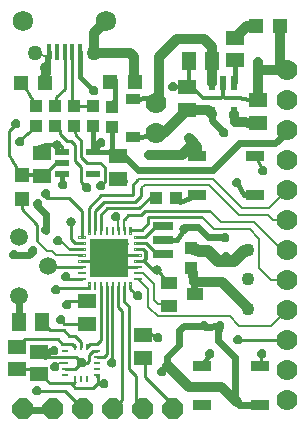
<source format=gtl>
G75*
%MOIN*%
%OFA0B0*%
%FSLAX25Y25*%
%IPPOS*%
%LPD*%
%AMOC8*
5,1,8,0,0,1.08239X$1,22.5*
%
%ADD10R,0.03937X0.04331*%
%ADD11R,0.04724X0.02165*%
%ADD12R,0.05906X0.05118*%
%ADD13R,0.04724X0.04724*%
%ADD14R,0.04803X0.03583*%
%ADD15C,0.00492*%
%ADD16R,0.12598X0.12598*%
%ADD17OC8,0.07000*%
%ADD18R,0.06693X0.02756*%
%ADD19R,0.05118X0.04724*%
%ADD20R,0.02165X0.04724*%
%ADD21R,0.05118X0.05906*%
%ADD22C,0.07000*%
%ADD23R,0.01969X0.00984*%
%ADD24R,0.00984X0.01969*%
%ADD25R,0.05906X0.03543*%
%ADD26R,0.04331X0.03937*%
%ADD27R,0.05512X0.03937*%
%ADD28C,0.05906*%
%ADD29C,0.04356*%
%ADD30R,0.01575X0.05512*%
%ADD31C,0.06791*%
%ADD32C,0.05020*%
%ADD33C,0.01200*%
%ADD34C,0.01000*%
%ADD35C,0.03150*%
%ADD36C,0.01600*%
%ADD37OC8,0.03000*%
%ADD38C,0.02400*%
%ADD39C,0.03200*%
%ADD40C,0.04000*%
%ADD41C,0.00800*%
D10*
X0084102Y0073150D03*
X0084102Y0079843D03*
X0057827Y0120205D03*
X0051307Y0120288D03*
X0045020Y0120288D03*
X0038732Y0120288D03*
X0032319Y0120500D03*
X0032319Y0127193D03*
X0038732Y0126980D03*
X0045020Y0126980D03*
X0051307Y0126980D03*
X0057827Y0126898D03*
D11*
X0051425Y0111874D03*
X0041189Y0111874D03*
X0041189Y0108134D03*
X0041189Y0104394D03*
X0051425Y0104394D03*
D12*
X0059782Y0102819D03*
X0059782Y0110299D03*
X0034307Y0111374D03*
X0034307Y0103894D03*
X0082921Y0125906D03*
X0082921Y0133386D03*
X0098669Y0142441D03*
X0098669Y0149921D03*
X0106543Y0129055D03*
X0106543Y0121575D03*
X0049417Y0061973D03*
X0049417Y0054492D03*
X0068000Y0050662D03*
X0068000Y0043181D03*
X0033290Y0045210D03*
X0026203Y0046822D03*
X0026203Y0039342D03*
X0033290Y0037729D03*
D13*
X0035547Y0134878D03*
X0027280Y0134878D03*
X0057094Y0135187D03*
X0065362Y0135187D03*
X0105609Y0153879D03*
X0113877Y0153879D03*
D14*
X0064803Y0129506D03*
X0064803Y0116612D03*
D15*
X0064073Y0086868D02*
X0063581Y0086868D01*
X0064073Y0086868D02*
X0064073Y0084604D01*
X0063581Y0084604D01*
X0063581Y0086868D01*
X0063581Y0085095D02*
X0064073Y0085095D01*
X0064073Y0085586D02*
X0063581Y0085586D01*
X0063581Y0086077D02*
X0064073Y0086077D01*
X0064073Y0086568D02*
X0063581Y0086568D01*
X0062104Y0086868D02*
X0061612Y0086868D01*
X0062104Y0086868D02*
X0062104Y0084604D01*
X0061612Y0084604D01*
X0061612Y0086868D01*
X0061612Y0085095D02*
X0062104Y0085095D01*
X0062104Y0085586D02*
X0061612Y0085586D01*
X0061612Y0086077D02*
X0062104Y0086077D01*
X0062104Y0086568D02*
X0061612Y0086568D01*
X0060136Y0086868D02*
X0059644Y0086868D01*
X0060136Y0086868D02*
X0060136Y0084604D01*
X0059644Y0084604D01*
X0059644Y0086868D01*
X0059644Y0085095D02*
X0060136Y0085095D01*
X0060136Y0085586D02*
X0059644Y0085586D01*
X0059644Y0086077D02*
X0060136Y0086077D01*
X0060136Y0086568D02*
X0059644Y0086568D01*
X0058167Y0086868D02*
X0057675Y0086868D01*
X0058167Y0086868D02*
X0058167Y0084604D01*
X0057675Y0084604D01*
X0057675Y0086868D01*
X0057675Y0085095D02*
X0058167Y0085095D01*
X0058167Y0085586D02*
X0057675Y0085586D01*
X0057675Y0086077D02*
X0058167Y0086077D01*
X0058167Y0086568D02*
X0057675Y0086568D01*
X0056199Y0086868D02*
X0055707Y0086868D01*
X0056199Y0086868D02*
X0056199Y0084604D01*
X0055707Y0084604D01*
X0055707Y0086868D01*
X0055707Y0085095D02*
X0056199Y0085095D01*
X0056199Y0085586D02*
X0055707Y0085586D01*
X0055707Y0086077D02*
X0056199Y0086077D01*
X0056199Y0086568D02*
X0055707Y0086568D01*
X0054230Y0086868D02*
X0053738Y0086868D01*
X0054230Y0086868D02*
X0054230Y0084604D01*
X0053738Y0084604D01*
X0053738Y0086868D01*
X0053738Y0085095D02*
X0054230Y0085095D01*
X0054230Y0085586D02*
X0053738Y0085586D01*
X0053738Y0086077D02*
X0054230Y0086077D01*
X0054230Y0086568D02*
X0053738Y0086568D01*
X0052262Y0086868D02*
X0051770Y0086868D01*
X0052262Y0086868D02*
X0052262Y0084604D01*
X0051770Y0084604D01*
X0051770Y0086868D01*
X0051770Y0085095D02*
X0052262Y0085095D01*
X0052262Y0085586D02*
X0051770Y0085586D01*
X0051770Y0086077D02*
X0052262Y0086077D01*
X0052262Y0086568D02*
X0051770Y0086568D01*
X0050293Y0086868D02*
X0049801Y0086868D01*
X0050293Y0086868D02*
X0050293Y0084604D01*
X0049801Y0084604D01*
X0049801Y0086868D01*
X0049801Y0085095D02*
X0050293Y0085095D01*
X0050293Y0085586D02*
X0049801Y0085586D01*
X0049801Y0086077D02*
X0050293Y0086077D01*
X0050293Y0086568D02*
X0049801Y0086568D01*
X0048817Y0083620D02*
X0046553Y0083620D01*
X0048817Y0083620D02*
X0048817Y0083128D01*
X0046553Y0083128D01*
X0046553Y0083620D01*
X0046553Y0083619D02*
X0048817Y0083619D01*
X0048817Y0081652D02*
X0046553Y0081652D01*
X0048817Y0081652D02*
X0048817Y0081160D01*
X0046553Y0081160D01*
X0046553Y0081652D01*
X0046553Y0081651D02*
X0048817Y0081651D01*
X0048817Y0079683D02*
X0046553Y0079683D01*
X0048817Y0079683D02*
X0048817Y0079191D01*
X0046553Y0079191D01*
X0046553Y0079683D01*
X0046553Y0079682D02*
X0048817Y0079682D01*
X0048817Y0077715D02*
X0046553Y0077715D01*
X0048817Y0077715D02*
X0048817Y0077223D01*
X0046553Y0077223D01*
X0046553Y0077715D01*
X0046553Y0077714D02*
X0048817Y0077714D01*
X0048817Y0075746D02*
X0046553Y0075746D01*
X0048817Y0075746D02*
X0048817Y0075254D01*
X0046553Y0075254D01*
X0046553Y0075746D01*
X0046553Y0075745D02*
X0048817Y0075745D01*
X0048817Y0073778D02*
X0046553Y0073778D01*
X0048817Y0073778D02*
X0048817Y0073286D01*
X0046553Y0073286D01*
X0046553Y0073778D01*
X0046553Y0073777D02*
X0048817Y0073777D01*
X0048817Y0071809D02*
X0046553Y0071809D01*
X0048817Y0071809D02*
X0048817Y0071317D01*
X0046553Y0071317D01*
X0046553Y0071809D01*
X0046553Y0071808D02*
X0048817Y0071808D01*
X0048817Y0069841D02*
X0046553Y0069841D01*
X0048817Y0069841D02*
X0048817Y0069349D01*
X0046553Y0069349D01*
X0046553Y0069841D01*
X0046553Y0069840D02*
X0048817Y0069840D01*
X0049801Y0068364D02*
X0050293Y0068364D01*
X0050293Y0066100D01*
X0049801Y0066100D01*
X0049801Y0068364D01*
X0049801Y0066591D02*
X0050293Y0066591D01*
X0050293Y0067082D02*
X0049801Y0067082D01*
X0049801Y0067573D02*
X0050293Y0067573D01*
X0050293Y0068064D02*
X0049801Y0068064D01*
X0051770Y0068364D02*
X0052262Y0068364D01*
X0052262Y0066100D01*
X0051770Y0066100D01*
X0051770Y0068364D01*
X0051770Y0066591D02*
X0052262Y0066591D01*
X0052262Y0067082D02*
X0051770Y0067082D01*
X0051770Y0067573D02*
X0052262Y0067573D01*
X0052262Y0068064D02*
X0051770Y0068064D01*
X0053738Y0068364D02*
X0054230Y0068364D01*
X0054230Y0066100D01*
X0053738Y0066100D01*
X0053738Y0068364D01*
X0053738Y0066591D02*
X0054230Y0066591D01*
X0054230Y0067082D02*
X0053738Y0067082D01*
X0053738Y0067573D02*
X0054230Y0067573D01*
X0054230Y0068064D02*
X0053738Y0068064D01*
X0055707Y0068364D02*
X0056199Y0068364D01*
X0056199Y0066100D01*
X0055707Y0066100D01*
X0055707Y0068364D01*
X0055707Y0066591D02*
X0056199Y0066591D01*
X0056199Y0067082D02*
X0055707Y0067082D01*
X0055707Y0067573D02*
X0056199Y0067573D01*
X0056199Y0068064D02*
X0055707Y0068064D01*
X0057675Y0068364D02*
X0058167Y0068364D01*
X0058167Y0066100D01*
X0057675Y0066100D01*
X0057675Y0068364D01*
X0057675Y0066591D02*
X0058167Y0066591D01*
X0058167Y0067082D02*
X0057675Y0067082D01*
X0057675Y0067573D02*
X0058167Y0067573D01*
X0058167Y0068064D02*
X0057675Y0068064D01*
X0059644Y0068364D02*
X0060136Y0068364D01*
X0060136Y0066100D01*
X0059644Y0066100D01*
X0059644Y0068364D01*
X0059644Y0066591D02*
X0060136Y0066591D01*
X0060136Y0067082D02*
X0059644Y0067082D01*
X0059644Y0067573D02*
X0060136Y0067573D01*
X0060136Y0068064D02*
X0059644Y0068064D01*
X0061612Y0068364D02*
X0062104Y0068364D01*
X0062104Y0066100D01*
X0061612Y0066100D01*
X0061612Y0068364D01*
X0061612Y0066591D02*
X0062104Y0066591D01*
X0062104Y0067082D02*
X0061612Y0067082D01*
X0061612Y0067573D02*
X0062104Y0067573D01*
X0062104Y0068064D02*
X0061612Y0068064D01*
X0063581Y0068364D02*
X0064073Y0068364D01*
X0064073Y0066100D01*
X0063581Y0066100D01*
X0063581Y0068364D01*
X0063581Y0066591D02*
X0064073Y0066591D01*
X0064073Y0067082D02*
X0063581Y0067082D01*
X0063581Y0067573D02*
X0064073Y0067573D01*
X0064073Y0068064D02*
X0063581Y0068064D01*
X0065057Y0069841D02*
X0067321Y0069841D01*
X0067321Y0069349D01*
X0065057Y0069349D01*
X0065057Y0069841D01*
X0065057Y0069840D02*
X0067321Y0069840D01*
X0067321Y0071809D02*
X0065057Y0071809D01*
X0067321Y0071809D02*
X0067321Y0071317D01*
X0065057Y0071317D01*
X0065057Y0071809D01*
X0065057Y0071808D02*
X0067321Y0071808D01*
X0067321Y0073778D02*
X0065057Y0073778D01*
X0067321Y0073778D02*
X0067321Y0073286D01*
X0065057Y0073286D01*
X0065057Y0073778D01*
X0065057Y0073777D02*
X0067321Y0073777D01*
X0067321Y0075746D02*
X0065057Y0075746D01*
X0067321Y0075746D02*
X0067321Y0075254D01*
X0065057Y0075254D01*
X0065057Y0075746D01*
X0065057Y0075745D02*
X0067321Y0075745D01*
X0067321Y0077715D02*
X0065057Y0077715D01*
X0067321Y0077715D02*
X0067321Y0077223D01*
X0065057Y0077223D01*
X0065057Y0077715D01*
X0065057Y0077714D02*
X0067321Y0077714D01*
X0067321Y0079683D02*
X0065057Y0079683D01*
X0067321Y0079683D02*
X0067321Y0079191D01*
X0065057Y0079191D01*
X0065057Y0079683D01*
X0065057Y0079682D02*
X0067321Y0079682D01*
X0067321Y0081652D02*
X0065057Y0081652D01*
X0067321Y0081652D02*
X0067321Y0081160D01*
X0065057Y0081160D01*
X0065057Y0081652D01*
X0065057Y0081651D02*
X0067321Y0081651D01*
X0067321Y0083620D02*
X0065057Y0083620D01*
X0067321Y0083620D02*
X0067321Y0083128D01*
X0065057Y0083128D01*
X0065057Y0083620D01*
X0065057Y0083619D02*
X0067321Y0083619D01*
D16*
X0056937Y0076484D03*
D17*
X0028000Y0025984D03*
X0038000Y0025984D03*
X0048000Y0025984D03*
X0058000Y0025984D03*
X0068000Y0025984D03*
X0078000Y0025984D03*
D18*
X0074937Y0077760D03*
X0074937Y0082484D03*
X0074937Y0087209D03*
D19*
X0027807Y0096016D03*
X0027807Y0104016D03*
D20*
X0090992Y0124527D03*
X0098472Y0124527D03*
X0098472Y0134764D03*
X0094732Y0134764D03*
X0090992Y0134764D03*
D21*
X0090992Y0142244D03*
X0083512Y0142244D03*
X0034299Y0055236D03*
X0026819Y0055236D03*
D22*
X0115992Y0058977D03*
X0115992Y0068977D03*
X0115992Y0078977D03*
X0115992Y0088977D03*
X0115992Y0098977D03*
X0115992Y0108977D03*
X0115992Y0118977D03*
X0115992Y0128977D03*
X0115992Y0138977D03*
X0072291Y0127953D03*
X0072291Y0117953D03*
X0115992Y0048977D03*
X0115992Y0038977D03*
X0115992Y0028977D03*
D23*
X0052803Y0037520D03*
X0052803Y0039488D03*
X0052803Y0041457D03*
X0052803Y0043425D03*
X0052803Y0045394D03*
X0042173Y0045394D03*
X0042173Y0043425D03*
X0042173Y0041457D03*
X0042173Y0039488D03*
X0042173Y0037520D03*
D24*
X0045520Y0036142D03*
X0047488Y0036142D03*
X0049457Y0036142D03*
X0049457Y0046772D03*
X0047488Y0046772D03*
X0045520Y0046772D03*
D25*
X0087843Y0040473D03*
X0107134Y0040473D03*
X0107134Y0027480D03*
X0087843Y0027480D03*
X0086268Y0097597D03*
X0105559Y0097597D03*
X0105559Y0110589D03*
X0086268Y0110589D03*
D26*
X0079181Y0096575D03*
X0072488Y0096575D03*
D27*
X0076622Y0068032D03*
X0085283Y0064291D03*
X0076622Y0060551D03*
D28*
X0036465Y0073740D03*
X0026622Y0063898D03*
X0026622Y0083583D03*
D29*
X0102950Y0079151D03*
X0102950Y0069309D03*
X0102950Y0059466D03*
D30*
X0047120Y0145109D03*
X0044561Y0145109D03*
X0042002Y0145109D03*
X0039443Y0145109D03*
X0036883Y0145109D03*
D31*
X0028222Y0155542D03*
X0055781Y0155542D03*
D32*
X0051844Y0144912D03*
X0032159Y0144912D03*
D33*
X0078197Y0133583D02*
X0082921Y0133583D01*
X0082921Y0133386D01*
X0083512Y0133977D01*
X0083512Y0142244D01*
X0094732Y0134764D02*
X0094732Y0130433D01*
X0093945Y0129646D01*
X0088039Y0129646D01*
X0084299Y0133386D01*
X0082921Y0133386D01*
X0094732Y0130433D02*
X0095520Y0129646D01*
X0100244Y0129646D01*
X0103394Y0129252D01*
X0105559Y0129646D01*
X0041189Y0108134D02*
X0039307Y0108134D01*
X0036307Y0105134D01*
X0035547Y0105134D01*
X0034307Y0103894D01*
X0034067Y0104134D01*
X0027807Y0104016D01*
X0034307Y0111374D02*
X0033307Y0112374D01*
X0035360Y0114059D02*
X0039307Y0114059D01*
X0061661Y0081209D02*
X0059890Y0073532D01*
X0055953Y0075500D02*
X0061661Y0081209D01*
X0057921Y0077469D01*
X0068437Y0075484D02*
X0071437Y0072484D01*
X0072937Y0072484D01*
X0069187Y0076234D02*
X0068437Y0075484D01*
X0069187Y0076234D02*
X0069187Y0078484D01*
D34*
X0068234Y0079437D01*
X0066189Y0079437D01*
X0066189Y0077469D02*
X0057921Y0077469D01*
X0055953Y0075500D02*
X0047685Y0075500D01*
X0047685Y0073532D02*
X0036673Y0073532D01*
X0036465Y0073740D01*
X0042370Y0070197D02*
X0042972Y0069595D01*
X0047685Y0069595D01*
X0050047Y0067232D02*
X0050047Y0066595D01*
X0039949Y0066595D01*
X0039220Y0065866D01*
X0043902Y0061973D02*
X0042764Y0060748D01*
X0043902Y0061973D02*
X0049417Y0061973D01*
X0041933Y0054492D02*
X0040795Y0055630D01*
X0041933Y0054492D02*
X0049417Y0054492D01*
X0043554Y0050512D02*
X0041756Y0052310D01*
X0037225Y0052310D01*
X0034299Y0055236D01*
X0043554Y0050512D02*
X0045520Y0050512D01*
X0047488Y0048543D01*
X0047488Y0046772D01*
X0045520Y0046772D02*
X0044535Y0047756D01*
X0041189Y0047756D01*
X0039614Y0049331D01*
X0028591Y0049331D01*
X0028591Y0048543D01*
X0028197Y0048150D01*
X0028197Y0045591D01*
X0026203Y0046822D01*
X0033290Y0045210D02*
X0035874Y0043425D01*
X0042173Y0043425D01*
X0045913Y0043425D01*
X0047488Y0041851D01*
X0047882Y0041457D01*
X0049457Y0041457D01*
X0050244Y0042244D01*
X0050244Y0044213D01*
X0051425Y0045394D01*
X0052803Y0045394D01*
X0052606Y0047756D02*
X0050441Y0047756D01*
X0049457Y0046772D01*
X0052606Y0047756D02*
X0053984Y0049134D01*
X0053984Y0067232D01*
X0055953Y0067232D02*
X0055953Y0044410D01*
X0054969Y0043425D01*
X0052803Y0043425D01*
X0057724Y0041532D02*
X0057921Y0040548D01*
X0057921Y0067232D01*
X0059890Y0067232D02*
X0059890Y0060158D01*
X0061268Y0058780D01*
X0061268Y0029252D01*
X0058000Y0025984D01*
X0065756Y0028229D02*
X0068000Y0025984D01*
X0068354Y0026339D01*
X0065756Y0028229D02*
X0065756Y0037110D01*
X0063356Y0039510D01*
X0063356Y0060310D01*
X0061858Y0061808D01*
X0061858Y0067232D01*
X0063827Y0067232D02*
X0063827Y0066063D01*
X0066386Y0063898D01*
X0074240Y0071181D02*
X0076622Y0068032D01*
X0074240Y0071181D02*
X0072937Y0072484D01*
X0068437Y0075484D02*
X0068421Y0075500D01*
X0066189Y0075500D01*
X0066189Y0073532D02*
X0059890Y0073532D01*
X0069016Y0081406D02*
X0072661Y0077760D01*
X0074937Y0077760D01*
X0069016Y0081406D02*
X0066189Y0081406D01*
X0066189Y0083374D02*
X0068827Y0083374D01*
X0072437Y0086984D01*
X0074713Y0086984D01*
X0074937Y0087209D01*
X0069937Y0087984D02*
X0069937Y0089984D01*
X0087811Y0089984D01*
X0090417Y0091984D02*
X0068937Y0091984D01*
X0067937Y0090984D01*
X0067882Y0090984D01*
X0067567Y0090669D01*
X0063236Y0090669D01*
X0062055Y0089488D01*
X0067689Y0085736D02*
X0069937Y0087984D01*
X0067689Y0085736D02*
X0063827Y0085736D01*
X0053984Y0085736D02*
X0053984Y0090866D01*
X0056150Y0093032D01*
X0066780Y0093032D01*
X0070323Y0096575D01*
X0072488Y0096575D01*
X0067567Y0096969D02*
X0067567Y0099725D01*
X0066186Y0102280D02*
X0064811Y0100906D01*
X0064811Y0097362D01*
X0054181Y0097362D01*
X0050047Y0093229D01*
X0050047Y0085736D01*
X0052016Y0085736D02*
X0052016Y0092047D01*
X0054969Y0095000D01*
X0065598Y0095000D01*
X0067567Y0096969D01*
X0055362Y0102087D02*
X0055362Y0106811D01*
X0053787Y0107992D01*
X0051949Y0107992D01*
X0051807Y0108134D01*
X0049307Y0108134D01*
X0047307Y0110134D01*
X0047307Y0115634D01*
X0045807Y0117134D01*
X0045020Y0120288D01*
X0040307Y0119134D02*
X0040307Y0117929D01*
X0042764Y0115473D01*
X0043969Y0115473D01*
X0045307Y0114134D01*
X0045307Y0108634D01*
X0047307Y0106634D01*
X0047307Y0101874D01*
X0049457Y0099725D01*
X0054181Y0100512D02*
X0055362Y0102087D01*
X0047622Y0092044D02*
X0043356Y0096310D01*
X0035806Y0096310D01*
X0035677Y0097781D01*
X0027807Y0096016D02*
X0027803Y0095225D01*
X0027803Y0092638D01*
X0032921Y0087520D01*
X0032921Y0082008D01*
X0043484Y0079437D02*
X0047685Y0079437D01*
X0047685Y0081406D02*
X0045335Y0081406D01*
X0045335Y0081532D01*
X0044156Y0082710D01*
X0044156Y0088335D01*
X0044174Y0088353D01*
X0047622Y0092044D02*
X0047622Y0084236D01*
X0047685Y0084236D01*
X0047685Y0083374D01*
X0027807Y0104016D02*
X0026901Y0105197D01*
X0023356Y0110710D01*
X0023356Y0118710D01*
X0025756Y0121110D01*
X0026807Y0115288D02*
X0032319Y0120500D01*
X0038732Y0120288D02*
X0040307Y0119134D01*
X0039307Y0114059D02*
X0041189Y0113752D01*
X0041189Y0111874D01*
X0027016Y0115079D02*
X0026807Y0115288D01*
X0032319Y0127193D02*
X0026807Y0136768D01*
X0027280Y0134878D01*
X0039246Y0129951D02*
X0039246Y0127494D01*
X0038732Y0126980D01*
X0044561Y0127440D02*
X0045020Y0126980D01*
X0051307Y0126980D01*
X0044561Y0127440D02*
X0044561Y0145109D01*
X0042002Y0145109D02*
X0042002Y0132707D01*
X0039246Y0129951D01*
X0105559Y0110589D02*
X0105953Y0109370D01*
X0108118Y0105605D01*
X0073079Y0049725D02*
X0068000Y0052835D01*
X0068000Y0050662D01*
X0068000Y0043181D02*
X0068748Y0042433D01*
X0068748Y0036732D01*
X0078000Y0027480D01*
X0078000Y0025984D01*
X0052956Y0034710D02*
X0051435Y0033189D01*
X0045520Y0033189D01*
X0043945Y0034764D01*
X0037055Y0034764D01*
X0033290Y0037729D01*
X0031677Y0039342D01*
X0026203Y0039342D01*
X0032921Y0032008D02*
X0041976Y0032008D01*
X0048000Y0025984D01*
X0045126Y0034764D02*
X0043945Y0034764D01*
X0045126Y0034764D02*
X0045520Y0035158D01*
X0052956Y0034710D02*
X0052956Y0037367D01*
X0052803Y0037520D01*
X0047488Y0041457D02*
X0045520Y0039488D01*
X0042173Y0039488D01*
X0047488Y0041457D02*
X0047488Y0041851D01*
X0045520Y0046772D02*
X0045520Y0046969D01*
X0099876Y0049243D02*
X0115726Y0049243D01*
X0115992Y0048977D01*
X0107724Y0044606D02*
X0107724Y0044213D01*
X0107134Y0040473D01*
D35*
X0072937Y0072484D03*
X0061661Y0081209D03*
X0044174Y0088353D03*
X0059170Y0102003D03*
X0039307Y0114059D03*
X0081724Y0086103D03*
D36*
X0079437Y0082484D01*
X0074937Y0082484D01*
X0084102Y0073150D02*
X0084890Y0071378D01*
X0080559Y0095197D02*
X0079181Y0096575D01*
X0080559Y0095197D02*
X0086268Y0097597D01*
X0099482Y0101362D02*
X0101647Y0097597D01*
X0105559Y0097597D01*
X0062173Y0102003D02*
X0059170Y0102003D01*
X0059782Y0102819D02*
X0062173Y0102003D01*
X0059782Y0110299D02*
X0057724Y0111874D01*
X0057827Y0111977D01*
X0057827Y0120205D01*
X0051425Y0120169D02*
X0051425Y0111874D01*
X0054181Y0114630D01*
X0054181Y0114685D01*
X0051807Y0112256D02*
X0051425Y0111874D01*
X0057724Y0111874D01*
X0064803Y0116612D02*
X0071344Y0117006D01*
X0072291Y0117953D01*
X0057827Y0126898D02*
X0057827Y0128173D01*
X0058906Y0129252D01*
X0058906Y0135738D01*
X0057094Y0135187D01*
X0051819Y0132008D02*
X0047120Y0136707D01*
X0047120Y0145109D01*
X0036883Y0145109D02*
X0036490Y0140975D01*
X0035309Y0139794D01*
X0035941Y0142965D02*
X0035547Y0134878D01*
X0064803Y0129506D02*
X0070344Y0129900D01*
X0072291Y0127953D01*
X0051425Y0120169D02*
X0051307Y0120288D01*
X0035360Y0114059D02*
X0033307Y0113581D01*
X0033307Y0112374D01*
X0041189Y0104394D02*
X0041189Y0101299D01*
X0041583Y0100906D01*
X0098472Y0134764D02*
X0098866Y0135158D01*
X0098669Y0142441D01*
X0090402Y0044606D02*
X0090205Y0044016D01*
X0087843Y0040473D01*
D37*
X0090402Y0044606D03*
X0099876Y0049243D03*
X0093721Y0053806D03*
X0088603Y0053806D03*
X0073079Y0049725D03*
X0057724Y0041532D03*
X0047882Y0041457D03*
X0038852Y0040188D03*
X0038433Y0045394D03*
X0040795Y0055630D03*
X0042764Y0060748D03*
X0039220Y0065866D03*
X0042370Y0070197D03*
X0052616Y0072320D03*
X0066386Y0063898D03*
X0095913Y0076852D03*
X0095561Y0083073D03*
X0059102Y0090079D03*
X0039614Y0082008D03*
X0031356Y0078619D03*
X0025057Y0077438D03*
X0035718Y0085841D03*
X0032962Y0094503D03*
X0035677Y0097781D03*
X0041583Y0100906D03*
X0049457Y0099725D03*
X0054181Y0100512D03*
X0069983Y0110657D03*
X0054181Y0114685D03*
X0027016Y0115079D03*
X0025756Y0121110D03*
X0051819Y0132008D03*
X0078197Y0133583D03*
X0106543Y0141876D03*
X0095126Y0118229D03*
X0083356Y0116310D03*
X0108118Y0105605D03*
X0099482Y0101362D03*
X0107724Y0044606D03*
X0074584Y0038594D03*
X0054969Y0034370D03*
X0032921Y0032008D03*
X0099356Y0028310D03*
D38*
X0100186Y0027480D01*
X0107134Y0027480D01*
X0099060Y0028798D02*
X0099012Y0028849D01*
X0098967Y0028903D01*
X0098925Y0028959D01*
X0098886Y0029017D01*
X0098850Y0029077D01*
X0098818Y0029140D01*
X0098789Y0029204D01*
X0098764Y0029269D01*
X0098743Y0029336D01*
X0098725Y0029404D01*
X0098712Y0029473D01*
X0098702Y0029542D01*
X0098696Y0029612D01*
X0098694Y0029682D01*
X0098694Y0043337D01*
X0093183Y0048849D01*
X0093183Y0051963D01*
X0093549Y0052847D02*
X0093721Y0053806D01*
X0093855Y0053689D02*
X0088852Y0053573D01*
X0088825Y0053585D02*
X0088603Y0053806D01*
X0088499Y0053910D01*
X0081756Y0053910D01*
X0080156Y0052310D01*
X0080156Y0047510D01*
X0076156Y0043510D01*
X0076156Y0042710D02*
X0076156Y0040310D01*
X0074833Y0038988D01*
X0074584Y0038594D01*
X0099061Y0028798D02*
X0099088Y0028770D01*
X0093183Y0051963D02*
X0093185Y0052033D01*
X0093191Y0052103D01*
X0093201Y0052172D01*
X0093214Y0052241D01*
X0093232Y0052309D01*
X0093253Y0052376D01*
X0093278Y0052441D01*
X0093307Y0052505D01*
X0093339Y0052568D01*
X0093375Y0052628D01*
X0093414Y0052686D01*
X0093456Y0052742D01*
X0093501Y0052796D01*
X0093549Y0052847D01*
X0088852Y0053573D02*
X0088842Y0053574D01*
X0088833Y0053578D01*
X0088825Y0053584D01*
X0085283Y0064291D02*
X0085283Y0065079D01*
X0084890Y0071378D01*
X0089636Y0083498D02*
X0086490Y0086644D01*
X0082553Y0086644D01*
X0081765Y0085857D01*
X0089636Y0083498D02*
X0095343Y0083498D01*
X0095561Y0083280D01*
X0095561Y0083073D01*
X0091356Y0105910D02*
X0066556Y0105910D01*
X0062556Y0109910D01*
X0060171Y0109910D01*
X0059782Y0110299D01*
X0091356Y0105910D02*
X0100156Y0114710D01*
X0112156Y0114710D01*
X0115992Y0118547D01*
X0115992Y0118977D01*
X0095126Y0118229D02*
X0090992Y0122362D01*
X0090992Y0124527D01*
X0065362Y0135187D02*
X0065362Y0140449D01*
X0106606Y0139129D02*
X0108143Y0139127D01*
X0114044Y0139118D01*
X0114887Y0139117D01*
X0032921Y0094213D02*
X0032921Y0093819D01*
X0035677Y0091063D01*
X0035677Y0085910D01*
X0035718Y0085869D01*
X0035718Y0085841D01*
X0035677Y0085910D02*
X0035677Y0085551D01*
X0031356Y0078619D02*
X0031107Y0078225D01*
X0030165Y0077284D01*
X0025605Y0077284D01*
X0025057Y0077438D01*
X0026622Y0063898D02*
X0026819Y0063701D01*
X0026819Y0055236D01*
X0036972Y0045394D02*
X0035309Y0043731D01*
X0036972Y0045394D02*
X0038433Y0045394D01*
X0037756Y0025910D02*
X0028074Y0025910D01*
X0028000Y0025984D01*
D39*
X0076156Y0040310D02*
X0076524Y0040310D01*
X0083340Y0033495D01*
X0094172Y0033495D01*
X0099356Y0028310D01*
X0102950Y0059466D02*
X0103400Y0059466D01*
X0094556Y0068310D01*
X0085202Y0068310D01*
X0084890Y0071378D01*
X0096014Y0075151D02*
X0095913Y0076852D01*
X0102460Y0078662D02*
X0102950Y0079151D01*
X0086268Y0110589D02*
X0086268Y0113399D01*
X0084956Y0114710D01*
X0080956Y0110710D01*
X0070036Y0110710D01*
X0069983Y0110657D01*
X0083356Y0116310D02*
X0084956Y0114710D01*
X0074969Y0117953D02*
X0082921Y0125906D01*
X0089614Y0125906D01*
X0090992Y0124527D01*
X0098472Y0124527D02*
X0098866Y0121772D01*
X0106543Y0121575D01*
X0106543Y0129055D02*
X0106543Y0141876D01*
X0108143Y0139127D02*
X0108294Y0138977D01*
X0115992Y0138977D01*
X0114044Y0139118D02*
X0113877Y0139285D01*
X0113877Y0153879D01*
X0105609Y0153879D02*
X0102627Y0153879D01*
X0098669Y0149921D01*
X0090992Y0146772D02*
X0090992Y0142244D01*
X0090992Y0134764D01*
X0073472Y0129134D02*
X0073472Y0143425D01*
X0079378Y0149331D01*
X0088433Y0149331D01*
X0090992Y0146772D01*
X0065230Y0143337D02*
X0065230Y0135319D01*
X0065362Y0135187D01*
X0072291Y0127953D02*
X0073472Y0129134D01*
X0072291Y0117953D02*
X0074969Y0117953D01*
X0035547Y0134878D02*
X0035702Y0140151D01*
X0035309Y0139794D01*
X0051844Y0144912D02*
X0051844Y0151605D01*
X0055781Y0155542D01*
X0051844Y0144912D02*
X0063655Y0144912D01*
X0065230Y0143337D01*
D40*
X0084102Y0079843D02*
X0086907Y0078710D01*
X0089756Y0078710D01*
X0092956Y0075510D01*
X0098556Y0075510D01*
X0101707Y0078662D01*
X0102460Y0078662D01*
X0057921Y0077469D02*
X0056937Y0076484D01*
D41*
X0047685Y0077469D02*
X0039035Y0077469D01*
X0037646Y0078858D01*
X0036071Y0078858D01*
X0032921Y0082008D01*
X0039614Y0082008D02*
X0040795Y0082008D01*
X0043366Y0079437D01*
X0047685Y0079437D01*
X0059890Y0085736D02*
X0059890Y0089291D01*
X0059102Y0090079D01*
X0061858Y0089291D02*
X0062055Y0089488D01*
X0061858Y0089291D02*
X0061858Y0085736D01*
X0087811Y0089984D02*
X0091850Y0085945D01*
X0103787Y0085945D01*
X0106937Y0082795D01*
X0106937Y0072953D01*
X0110913Y0068977D01*
X0115992Y0068977D01*
X0115992Y0078977D02*
X0114299Y0078977D01*
X0104969Y0088307D01*
X0094094Y0088307D01*
X0090417Y0091984D01*
X0089948Y0100906D02*
X0100143Y0090710D01*
X0109756Y0090710D01*
X0111490Y0088977D01*
X0115992Y0088977D01*
X0110126Y0093110D02*
X0115992Y0098977D01*
X0110126Y0093110D02*
X0100956Y0093110D01*
X0091356Y0102710D01*
X0066616Y0102710D01*
X0066186Y0102280D01*
X0067567Y0099725D02*
X0068748Y0100906D01*
X0089948Y0100906D01*
X0068169Y0071563D02*
X0071898Y0067835D01*
X0071898Y0062323D01*
X0073079Y0061142D01*
X0076425Y0061142D01*
X0076622Y0060551D01*
X0072956Y0057110D02*
X0096956Y0057110D01*
X0100156Y0053910D01*
X0110428Y0053910D01*
X0110677Y0053662D01*
X0115992Y0058977D01*
X0072956Y0057110D02*
X0069929Y0060137D01*
X0069929Y0066260D01*
X0066594Y0069595D01*
X0066189Y0069595D01*
X0066189Y0071563D02*
X0068169Y0071563D01*
X0038433Y0045394D02*
X0036465Y0043425D01*
X0035874Y0043425D01*
X0038852Y0040188D02*
X0040121Y0041457D01*
X0042173Y0041457D01*
X0052803Y0037520D02*
X0053197Y0035354D01*
X0054969Y0034370D01*
X0045520Y0035158D02*
X0045520Y0036142D01*
X0035941Y0142965D02*
X0036490Y0143514D01*
X0032159Y0144912D01*
M02*

</source>
